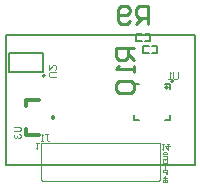
<source format=gbo>
%FSLAX25Y25*%
%MOIN*%
G70*
G01*
G75*
G04 Layer_Color=32896*
%ADD10C,0.05118*%
%ADD11R,0.02559X0.02165*%
%ADD12R,0.02165X0.02559*%
%ADD13R,0.01378X0.01378*%
%ADD14R,0.05906X0.02165*%
%ADD15R,0.01378X0.01378*%
%ADD16C,0.03150*%
%ADD17C,0.00787*%
%ADD18C,0.01969*%
%ADD19C,0.03937*%
%ADD20O,0.05000X0.03500*%
%ADD21C,0.05906*%
%ADD22C,0.03150*%
%ADD23C,0.01969*%
%ADD24C,0.03937*%
%ADD25R,0.02362X0.00787*%
%ADD26R,0.03150X0.00787*%
%ADD27R,0.00787X0.02362*%
%ADD28R,0.00787X0.03150*%
%ADD29R,0.05118X0.05118*%
%ADD30R,0.01575X0.03937*%
%ADD31R,0.05000X0.03600*%
%ADD32R,0.03600X0.03600*%
%ADD33R,0.01378X0.11811*%
%ADD34C,0.01575*%
%ADD35C,0.00500*%
%ADD36C,0.00591*%
%ADD37C,0.00394*%
%ADD38C,0.05918*%
%ADD39R,0.03359X0.02965*%
%ADD40R,0.02965X0.03359*%
%ADD41R,0.02178X0.02178*%
%ADD42R,0.06706X0.02965*%
%ADD43R,0.02178X0.02178*%
%ADD44O,0.05800X0.04300*%
%ADD45C,0.06706*%
%ADD46C,0.02769*%
%ADD47R,0.03162X0.01587*%
%ADD48R,0.03950X0.01587*%
%ADD49R,0.01587X0.03162*%
%ADD50R,0.01587X0.03950*%
%ADD51R,0.05918X0.05918*%
%ADD52R,0.02375X0.04737*%
%ADD53R,0.05800X0.04400*%
%ADD54R,0.04400X0.04400*%
%ADD55R,0.02178X0.12611*%
%ADD56C,0.00600*%
%ADD57C,0.00709*%
%ADD58C,0.01200*%
%ADD59C,0.01000*%
%ADD60C,0.00236*%
D17*
X63785Y34048D02*
G03*
X63785Y34048I-394J0D01*
G01*
X20998Y35857D02*
G03*
X20998Y35857I-394J0D01*
G01*
D35*
X51378Y47509D02*
X53189D01*
X51378D02*
Y49871D01*
X53189D01*
X54291Y47509D02*
X56063D01*
Y49871D01*
X54291D02*
X56063D01*
X53798Y43539D02*
X55609D01*
X53798D02*
Y45901D01*
X55609D01*
X56711Y43539D02*
X58483D01*
Y45901D01*
X56711D02*
X58483D01*
D36*
X62525Y31253D02*
Y32945D01*
X60872D02*
X62525D01*
X50714D02*
X52368D01*
X50714Y31292D02*
Y32945D01*
Y21135D02*
X52368D01*
X50714D02*
Y22788D01*
X60872Y21135D02*
X62525D01*
Y22788D01*
X70875Y6102D02*
Y49409D01*
X7883Y6102D02*
X70875D01*
X7883D02*
Y49409D01*
X70875D01*
D37*
X19536Y1260D02*
X20048Y748D01*
X58907D01*
X19536Y1260D02*
Y13284D01*
X59418D01*
Y1260D02*
Y13284D01*
X58907Y748D02*
X59418Y1260D01*
X65276Y37165D02*
Y35197D01*
X64882Y34803D01*
X64095D01*
X63701Y35197D01*
Y37165D01*
X62914Y34803D02*
X62127D01*
X62521D01*
Y37165D01*
X62914Y36771D01*
X21120Y16409D02*
X21907D01*
X21513D01*
Y14441D01*
X21907Y14047D01*
X22300D01*
X22694Y14441D01*
X20333Y14047D02*
X19545D01*
X19939D01*
Y16409D01*
X20333Y16015D01*
X24558Y35477D02*
X22590D01*
X22196Y35871D01*
Y36658D01*
X22590Y37052D01*
X24558D01*
X22196Y39413D02*
Y37839D01*
X23771Y39413D01*
X24164D01*
X24558Y39020D01*
Y38232D01*
X24164Y37839D01*
X10501Y18867D02*
X12469D01*
X12863Y18473D01*
Y17686D01*
X12469Y17293D01*
X10501D01*
X10895Y16506D02*
X10501Y16112D01*
Y15325D01*
X10895Y14931D01*
X11288D01*
X11682Y15325D01*
Y15718D01*
Y15325D01*
X12075Y14931D01*
X12469D01*
X12863Y15325D01*
Y16112D01*
X12469Y16506D01*
D56*
X61896Y31922D02*
G03*
X61896Y31922I-394J0D01*
G01*
D57*
X9002Y37207D02*
Y43507D01*
X20420D01*
X9002Y37207D02*
X20420D01*
Y43507D01*
D58*
X14653Y25678D02*
Y27678D01*
X23653Y21678D02*
Y22178D01*
X14653Y16178D02*
Y18178D01*
Y27678D02*
X19153D01*
X14653Y16178D02*
X19153D01*
D59*
X55290Y53140D02*
Y59138D01*
X52291D01*
X51291Y58138D01*
Y56139D01*
X52291Y55139D01*
X55290D01*
X53291D02*
X51291Y53140D01*
X49292Y54140D02*
X48292Y53140D01*
X46293D01*
X45293Y54140D01*
Y58138D01*
X46293Y59138D01*
X48292D01*
X49292Y58138D01*
Y57139D01*
X48292Y56139D01*
X45293D01*
X50510Y45170D02*
X44512D01*
Y42171D01*
X45512Y41171D01*
X47511D01*
X48511Y42171D01*
Y45170D01*
Y43171D02*
X50510Y41171D01*
Y39172D02*
Y37173D01*
Y38172D01*
X44512D01*
X45512Y39172D01*
Y34174D02*
X44512Y33174D01*
Y31174D01*
X45512Y30175D01*
X49510D01*
X50510Y31174D01*
Y33174D01*
X49510Y34174D01*
X45512D01*
D60*
X60383Y9799D02*
Y10193D01*
X60580Y10390D01*
X61367D01*
X61564Y10193D01*
Y9799D01*
X61367Y9603D01*
X60580D01*
X60383Y9799D01*
Y9209D02*
X61564D01*
Y8422D01*
X60383Y7241D02*
Y8028D01*
X61564D01*
Y7241D01*
X60974Y8028D02*
Y7635D01*
X60383Y6848D02*
X61564D01*
Y6257D01*
X61367Y6061D01*
X60580D01*
X60383Y6257D01*
Y6848D01*
X60974Y5667D02*
Y4880D01*
X60580Y4486D02*
X60383Y4289D01*
Y3896D01*
X60580Y3699D01*
X61367D01*
X61564Y3896D01*
Y4289D01*
X61367Y4486D01*
X60580D01*
X61564Y3305D02*
X61367D01*
Y3109D01*
X61564D01*
Y3305D01*
Y1731D02*
X60383D01*
X60974Y2321D01*
Y1534D01*
X61367Y1141D02*
X61564Y944D01*
Y550D01*
X61367Y354D01*
X60580D01*
X60383Y550D01*
Y944D01*
X60580Y1141D01*
X60777D01*
X60974Y944D01*
Y354D01*
X18001Y11753D02*
X18189Y11660D01*
X18470Y11378D01*
Y13347D01*
X18376Y11472D02*
Y13347D01*
X18001D02*
X18845D01*
X59918Y11541D02*
X60106Y11447D01*
X60387Y11166D01*
Y13134D01*
X60293Y11259D02*
Y13134D01*
X59918D02*
X60762D01*
X62036Y11353D02*
Y13134D01*
X62599Y12572D02*
X61099D01*
X62130Y11166D01*
Y13134D01*
X61755D02*
X62411D01*
M02*

</source>
